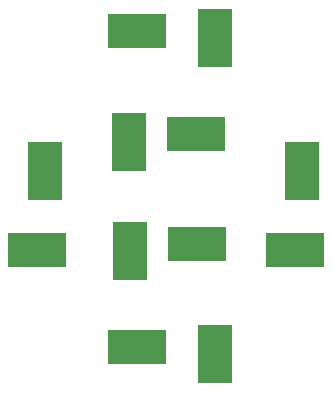
<source format=gbr>
%TF.GenerationSoftware,KiCad,Pcbnew,8.0.7*%
%TF.CreationDate,2025-04-11T02:04:02-04:00*%
%TF.ProjectId,2M_4F,324d5f34-462e-46b6-9963-61645f706362,rev?*%
%TF.SameCoordinates,Original*%
%TF.FileFunction,Soldermask,Bot*%
%TF.FilePolarity,Negative*%
%FSLAX46Y46*%
G04 Gerber Fmt 4.6, Leading zero omitted, Abs format (unit mm)*
G04 Created by KiCad (PCBNEW 8.0.7) date 2025-04-11 02:04:02*
%MOMM*%
%LPD*%
G01*
G04 APERTURE LIST*
%ADD10R,3.000000X5.000000*%
%ADD11R,5.000000X3.000000*%
G04 APERTURE END LIST*
D10*
%TO.C,J1*%
X97207100Y-47653300D03*
D11*
X102844600Y-47040800D03*
%TD*%
D10*
%TO.C,J4*%
X97112500Y-38375000D03*
D11*
X102750000Y-37762500D03*
%TD*%
D10*
%TO.C,J6*%
X104387500Y-56362500D03*
D11*
X97750000Y-55750000D03*
%TD*%
%TO.C,J3*%
X111137500Y-47512500D03*
D10*
X111750000Y-40875000D03*
%TD*%
%TO.C,J5*%
X104387500Y-29637500D03*
D11*
X97750000Y-29025000D03*
%TD*%
%TO.C,J2*%
X89362500Y-47512500D03*
D10*
X89975000Y-40875000D03*
%TD*%
M02*

</source>
